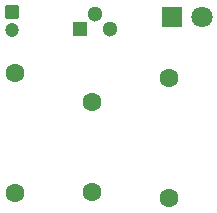
<source format=gbr>
%TF.GenerationSoftware,KiCad,Pcbnew,9.0.4*%
%TF.CreationDate,2025-12-02T16:43:16+05:30*%
%TF.ProjectId,Eg,45672e6b-6963-4616-945f-706362585858,rev?*%
%TF.SameCoordinates,Original*%
%TF.FileFunction,Soldermask,Top*%
%TF.FilePolarity,Negative*%
%FSLAX46Y46*%
G04 Gerber Fmt 4.6, Leading zero omitted, Abs format (unit mm)*
G04 Created by KiCad (PCBNEW 9.0.4) date 2025-12-02 16:43:16*
%MOMM*%
%LPD*%
G01*
G04 APERTURE LIST*
G04 Aperture macros list*
%AMRoundRect*
0 Rectangle with rounded corners*
0 $1 Rounding radius*
0 $2 $3 $4 $5 $6 $7 $8 $9 X,Y pos of 4 corners*
0 Add a 4 corners polygon primitive as box body*
4,1,4,$2,$3,$4,$5,$6,$7,$8,$9,$2,$3,0*
0 Add four circle primitives for the rounded corners*
1,1,$1+$1,$2,$3*
1,1,$1+$1,$4,$5*
1,1,$1+$1,$6,$7*
1,1,$1+$1,$8,$9*
0 Add four rect primitives between the rounded corners*
20,1,$1+$1,$2,$3,$4,$5,0*
20,1,$1+$1,$4,$5,$6,$7,0*
20,1,$1+$1,$6,$7,$8,$9,0*
20,1,$1+$1,$8,$9,$2,$3,0*%
G04 Aperture macros list end*
%ADD10C,1.600000*%
%ADD11R,1.300000X1.300000*%
%ADD12C,1.300000*%
%ADD13R,1.800000X1.800000*%
%ADD14C,1.800000*%
%ADD15RoundRect,0.250000X-0.350000X0.350000X-0.350000X-0.350000X0.350000X-0.350000X0.350000X0.350000X0*%
%ADD16C,1.200000*%
G04 APERTURE END LIST*
D10*
%TO.C,R3*%
X156250000Y-102420000D03*
X156250000Y-112580000D03*
%TD*%
%TO.C,R2*%
X143250000Y-112080000D03*
X143250000Y-101920000D03*
%TD*%
%TO.C,R1*%
X149750000Y-112060000D03*
X149750000Y-104440000D03*
%TD*%
D11*
%TO.C,Q1*%
X148750000Y-98250000D03*
D12*
X150020000Y-96980000D03*
X151290000Y-98250000D03*
%TD*%
D13*
%TO.C,D1*%
X156500000Y-97250000D03*
D14*
X159040000Y-97250000D03*
%TD*%
D15*
%TO.C,C1*%
X143000000Y-96777401D03*
D16*
X143000000Y-98277401D03*
%TD*%
M02*

</source>
